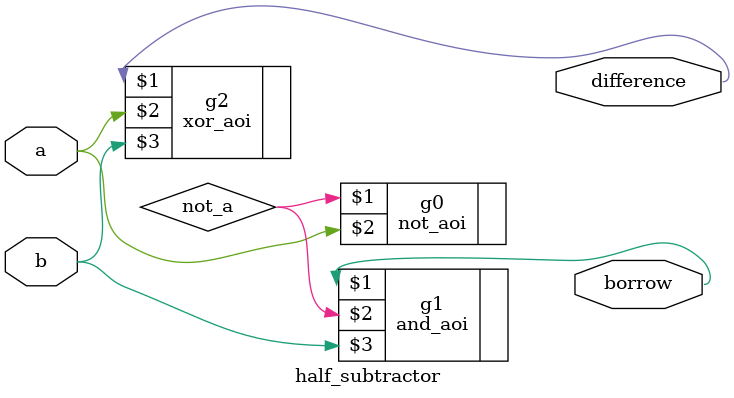
<source format=v>
`include "basic_gates.v"
module half_subtractor(
    input  a,
    input  b,
    output difference,
    output borrow
);
    wire not_a;
    not_aoi g0 (not_a, a);        
    and_aoi g1 (borrow, not_a, b);
    xor_aoi g2 (difference, a, b);
endmodule
</source>
